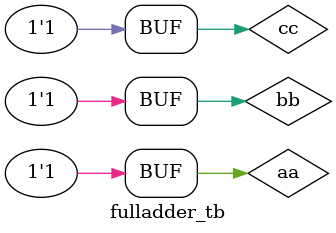
<source format=v>
module fulladder_tb;
    reg aa, bb, cc;
    wire ss, cy;
    fulladder add1(.a(aa), .b(bb), .cin(cc), .sum(ss), .cout(cy));

    initial begin
        #0 aa = 1'b0; bb = 1'b0; cc = 1'b0; 
        #5 aa = 1'b0; bb = 1'b0; cc = 1'b1; 
        #5 aa = 1'b0; bb = 1'b0; cc = 1'b1;
        #5 aa = 1'b0; bb = 1'b1; cc = 1'b0; 
        #5 aa = 1'b0; bb = 1'b1; cc = 1'b1; 
        #5 aa = 1'b1; bb = 1'b0; cc = 1'b0; 
        #5 aa = 1'b1; bb = 1'b0; cc = 1'b1; 
        #5 aa = 1'b1; bb = 1'b1; cc = 1'b0; 
        #5 aa = 1'b1; bb = 1'b1; cc = 1'b1; 
    end

    initial begin
        $monitor($time, "aa=%b`, bb=%b, cc=%b, ss=%b, cy=%b", aa, bb, cc, ss, cy);
    end

    initial begin
        $dumpfile("fulladder.vcd");
        $dumpvars(0, fulladder_tb);
    end
endmodule
</source>
